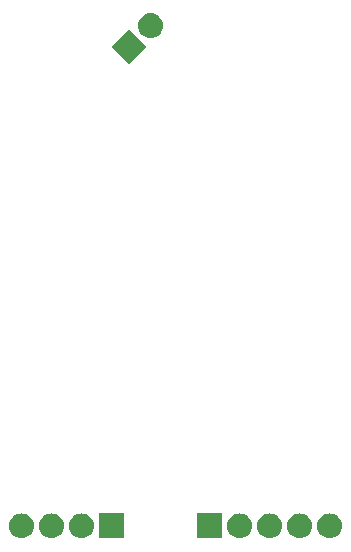
<source format=gbr>
G04 #@! TF.GenerationSoftware,KiCad,Pcbnew,5.1.0*
G04 #@! TF.CreationDate,2019-04-11T23:30:49-05:00*
G04 #@! TF.ProjectId,Card,43617264-2e6b-4696-9361-645f70636258,rev?*
G04 #@! TF.SameCoordinates,Original*
G04 #@! TF.FileFunction,Soldermask,Bot*
G04 #@! TF.FilePolarity,Negative*
%FSLAX46Y46*%
G04 Gerber Fmt 4.6, Leading zero omitted, Abs format (unit mm)*
G04 Created by KiCad (PCBNEW 5.1.0) date 2019-04-11 23:30:49*
%MOMM*%
%LPD*%
G04 APERTURE LIST*
%ADD10C,0.100000*%
G04 APERTURE END LIST*
D10*
G36*
X129548707Y-154757597D02*
G01*
X129625836Y-154765193D01*
X129823762Y-154825233D01*
X129823765Y-154825234D01*
X130006170Y-154922732D01*
X130166055Y-155053945D01*
X130297268Y-155213830D01*
X130394766Y-155396235D01*
X130394767Y-155396238D01*
X130454807Y-155594164D01*
X130475080Y-155800000D01*
X130454807Y-156005836D01*
X130394767Y-156203762D01*
X130394766Y-156203765D01*
X130297268Y-156386170D01*
X130166055Y-156546055D01*
X130006170Y-156677268D01*
X129823765Y-156774766D01*
X129823762Y-156774767D01*
X129625836Y-156834807D01*
X129548707Y-156842403D01*
X129471580Y-156850000D01*
X129368420Y-156850000D01*
X129291293Y-156842403D01*
X129214164Y-156834807D01*
X129016238Y-156774767D01*
X129016235Y-156774766D01*
X128833830Y-156677268D01*
X128673945Y-156546055D01*
X128542732Y-156386170D01*
X128445234Y-156203765D01*
X128445233Y-156203762D01*
X128385193Y-156005836D01*
X128364920Y-155800000D01*
X128385193Y-155594164D01*
X128445233Y-155396238D01*
X128445234Y-155396235D01*
X128542732Y-155213830D01*
X128673945Y-155053945D01*
X128833830Y-154922732D01*
X129016235Y-154825234D01*
X129016238Y-154825233D01*
X129214164Y-154765193D01*
X129291293Y-154757597D01*
X129368420Y-154750000D01*
X129471580Y-154750000D01*
X129548707Y-154757597D01*
X129548707Y-154757597D01*
G37*
G36*
X132088707Y-154757597D02*
G01*
X132165836Y-154765193D01*
X132363762Y-154825233D01*
X132363765Y-154825234D01*
X132546170Y-154922732D01*
X132706055Y-155053945D01*
X132837268Y-155213830D01*
X132934766Y-155396235D01*
X132934767Y-155396238D01*
X132994807Y-155594164D01*
X133015080Y-155800000D01*
X132994807Y-156005836D01*
X132934767Y-156203762D01*
X132934766Y-156203765D01*
X132837268Y-156386170D01*
X132706055Y-156546055D01*
X132546170Y-156677268D01*
X132363765Y-156774766D01*
X132363762Y-156774767D01*
X132165836Y-156834807D01*
X132088707Y-156842403D01*
X132011580Y-156850000D01*
X131908420Y-156850000D01*
X131831293Y-156842403D01*
X131754164Y-156834807D01*
X131556238Y-156774767D01*
X131556235Y-156774766D01*
X131373830Y-156677268D01*
X131213945Y-156546055D01*
X131082732Y-156386170D01*
X130985234Y-156203765D01*
X130985233Y-156203762D01*
X130925193Y-156005836D01*
X130904920Y-155800000D01*
X130925193Y-155594164D01*
X130985233Y-155396238D01*
X130985234Y-155396235D01*
X131082732Y-155213830D01*
X131213945Y-155053945D01*
X131373830Y-154922732D01*
X131556235Y-154825234D01*
X131556238Y-154825233D01*
X131754164Y-154765193D01*
X131831293Y-154757597D01*
X131908420Y-154750000D01*
X132011580Y-154750000D01*
X132088707Y-154757597D01*
X132088707Y-154757597D01*
G37*
G36*
X127008707Y-154757597D02*
G01*
X127085836Y-154765193D01*
X127283762Y-154825233D01*
X127283765Y-154825234D01*
X127466170Y-154922732D01*
X127626055Y-155053945D01*
X127757268Y-155213830D01*
X127854766Y-155396235D01*
X127854767Y-155396238D01*
X127914807Y-155594164D01*
X127935080Y-155800000D01*
X127914807Y-156005836D01*
X127854767Y-156203762D01*
X127854766Y-156203765D01*
X127757268Y-156386170D01*
X127626055Y-156546055D01*
X127466170Y-156677268D01*
X127283765Y-156774766D01*
X127283762Y-156774767D01*
X127085836Y-156834807D01*
X127008707Y-156842403D01*
X126931580Y-156850000D01*
X126828420Y-156850000D01*
X126751293Y-156842403D01*
X126674164Y-156834807D01*
X126476238Y-156774767D01*
X126476235Y-156774766D01*
X126293830Y-156677268D01*
X126133945Y-156546055D01*
X126002732Y-156386170D01*
X125905234Y-156203765D01*
X125905233Y-156203762D01*
X125845193Y-156005836D01*
X125824920Y-155800000D01*
X125845193Y-155594164D01*
X125905233Y-155396238D01*
X125905234Y-155396235D01*
X126002732Y-155213830D01*
X126133945Y-155053945D01*
X126293830Y-154922732D01*
X126476235Y-154825234D01*
X126476238Y-154825233D01*
X126674164Y-154765193D01*
X126751293Y-154757597D01*
X126828420Y-154750000D01*
X126931580Y-154750000D01*
X127008707Y-154757597D01*
X127008707Y-154757597D01*
G37*
G36*
X124468707Y-154757597D02*
G01*
X124545836Y-154765193D01*
X124743762Y-154825233D01*
X124743765Y-154825234D01*
X124926170Y-154922732D01*
X125086055Y-155053945D01*
X125217268Y-155213830D01*
X125314766Y-155396235D01*
X125314767Y-155396238D01*
X125374807Y-155594164D01*
X125395080Y-155800000D01*
X125374807Y-156005836D01*
X125314767Y-156203762D01*
X125314766Y-156203765D01*
X125217268Y-156386170D01*
X125086055Y-156546055D01*
X124926170Y-156677268D01*
X124743765Y-156774766D01*
X124743762Y-156774767D01*
X124545836Y-156834807D01*
X124468707Y-156842403D01*
X124391580Y-156850000D01*
X124288420Y-156850000D01*
X124211293Y-156842403D01*
X124134164Y-156834807D01*
X123936238Y-156774767D01*
X123936235Y-156774766D01*
X123753830Y-156677268D01*
X123593945Y-156546055D01*
X123462732Y-156386170D01*
X123365234Y-156203765D01*
X123365233Y-156203762D01*
X123305193Y-156005836D01*
X123284920Y-155800000D01*
X123305193Y-155594164D01*
X123365233Y-155396238D01*
X123365234Y-155396235D01*
X123462732Y-155213830D01*
X123593945Y-155053945D01*
X123753830Y-154922732D01*
X123936235Y-154825234D01*
X123936238Y-154825233D01*
X124134164Y-154765193D01*
X124211293Y-154757597D01*
X124288420Y-154750000D01*
X124391580Y-154750000D01*
X124468707Y-154757597D01*
X124468707Y-154757597D01*
G37*
G36*
X122850000Y-156850000D02*
G01*
X120750000Y-156850000D01*
X120750000Y-154750000D01*
X122850000Y-154750000D01*
X122850000Y-156850000D01*
X122850000Y-156850000D01*
G37*
G36*
X105988707Y-154757597D02*
G01*
X106065836Y-154765193D01*
X106263762Y-154825233D01*
X106263765Y-154825234D01*
X106446170Y-154922732D01*
X106606055Y-155053945D01*
X106737268Y-155213830D01*
X106834766Y-155396235D01*
X106834767Y-155396238D01*
X106894807Y-155594164D01*
X106915080Y-155800000D01*
X106894807Y-156005836D01*
X106834767Y-156203762D01*
X106834766Y-156203765D01*
X106737268Y-156386170D01*
X106606055Y-156546055D01*
X106446170Y-156677268D01*
X106263765Y-156774766D01*
X106263762Y-156774767D01*
X106065836Y-156834807D01*
X105988707Y-156842403D01*
X105911580Y-156850000D01*
X105808420Y-156850000D01*
X105731293Y-156842403D01*
X105654164Y-156834807D01*
X105456238Y-156774767D01*
X105456235Y-156774766D01*
X105273830Y-156677268D01*
X105113945Y-156546055D01*
X104982732Y-156386170D01*
X104885234Y-156203765D01*
X104885233Y-156203762D01*
X104825193Y-156005836D01*
X104804920Y-155800000D01*
X104825193Y-155594164D01*
X104885233Y-155396238D01*
X104885234Y-155396235D01*
X104982732Y-155213830D01*
X105113945Y-155053945D01*
X105273830Y-154922732D01*
X105456235Y-154825234D01*
X105456238Y-154825233D01*
X105654164Y-154765193D01*
X105731293Y-154757597D01*
X105808420Y-154750000D01*
X105911580Y-154750000D01*
X105988707Y-154757597D01*
X105988707Y-154757597D01*
G37*
G36*
X108528707Y-154757597D02*
G01*
X108605836Y-154765193D01*
X108803762Y-154825233D01*
X108803765Y-154825234D01*
X108986170Y-154922732D01*
X109146055Y-155053945D01*
X109277268Y-155213830D01*
X109374766Y-155396235D01*
X109374767Y-155396238D01*
X109434807Y-155594164D01*
X109455080Y-155800000D01*
X109434807Y-156005836D01*
X109374767Y-156203762D01*
X109374766Y-156203765D01*
X109277268Y-156386170D01*
X109146055Y-156546055D01*
X108986170Y-156677268D01*
X108803765Y-156774766D01*
X108803762Y-156774767D01*
X108605836Y-156834807D01*
X108528707Y-156842403D01*
X108451580Y-156850000D01*
X108348420Y-156850000D01*
X108271293Y-156842403D01*
X108194164Y-156834807D01*
X107996238Y-156774767D01*
X107996235Y-156774766D01*
X107813830Y-156677268D01*
X107653945Y-156546055D01*
X107522732Y-156386170D01*
X107425234Y-156203765D01*
X107425233Y-156203762D01*
X107365193Y-156005836D01*
X107344920Y-155800000D01*
X107365193Y-155594164D01*
X107425233Y-155396238D01*
X107425234Y-155396235D01*
X107522732Y-155213830D01*
X107653945Y-155053945D01*
X107813830Y-154922732D01*
X107996235Y-154825234D01*
X107996238Y-154825233D01*
X108194164Y-154765193D01*
X108271293Y-154757597D01*
X108348420Y-154750000D01*
X108451580Y-154750000D01*
X108528707Y-154757597D01*
X108528707Y-154757597D01*
G37*
G36*
X111068707Y-154757597D02*
G01*
X111145836Y-154765193D01*
X111343762Y-154825233D01*
X111343765Y-154825234D01*
X111526170Y-154922732D01*
X111686055Y-155053945D01*
X111817268Y-155213830D01*
X111914766Y-155396235D01*
X111914767Y-155396238D01*
X111974807Y-155594164D01*
X111995080Y-155800000D01*
X111974807Y-156005836D01*
X111914767Y-156203762D01*
X111914766Y-156203765D01*
X111817268Y-156386170D01*
X111686055Y-156546055D01*
X111526170Y-156677268D01*
X111343765Y-156774766D01*
X111343762Y-156774767D01*
X111145836Y-156834807D01*
X111068707Y-156842403D01*
X110991580Y-156850000D01*
X110888420Y-156850000D01*
X110811293Y-156842403D01*
X110734164Y-156834807D01*
X110536238Y-156774767D01*
X110536235Y-156774766D01*
X110353830Y-156677268D01*
X110193945Y-156546055D01*
X110062732Y-156386170D01*
X109965234Y-156203765D01*
X109965233Y-156203762D01*
X109905193Y-156005836D01*
X109884920Y-155800000D01*
X109905193Y-155594164D01*
X109965233Y-155396238D01*
X109965234Y-155396235D01*
X110062732Y-155213830D01*
X110193945Y-155053945D01*
X110353830Y-154922732D01*
X110536235Y-154825234D01*
X110536238Y-154825233D01*
X110734164Y-154765193D01*
X110811293Y-154757597D01*
X110888420Y-154750000D01*
X110991580Y-154750000D01*
X111068707Y-154757597D01*
X111068707Y-154757597D01*
G37*
G36*
X114530000Y-156850000D02*
G01*
X112430000Y-156850000D01*
X112430000Y-154750000D01*
X114530000Y-154750000D01*
X114530000Y-156850000D01*
X114530000Y-156850000D01*
G37*
G36*
X116484924Y-115250000D02*
G01*
X115000000Y-116734924D01*
X113515076Y-115250000D01*
X115000000Y-113765076D01*
X116484924Y-115250000D01*
X116484924Y-115250000D01*
G37*
G36*
X116924758Y-112411546D02*
G01*
X117001887Y-112419142D01*
X117199813Y-112479182D01*
X117199816Y-112479183D01*
X117382221Y-112576681D01*
X117542106Y-112707894D01*
X117673319Y-112867779D01*
X117770817Y-113050184D01*
X117770818Y-113050187D01*
X117830858Y-113248113D01*
X117851131Y-113453949D01*
X117830858Y-113659785D01*
X117798918Y-113765076D01*
X117770817Y-113857714D01*
X117673319Y-114040119D01*
X117542106Y-114200004D01*
X117382221Y-114331217D01*
X117199816Y-114428715D01*
X117199813Y-114428716D01*
X117001887Y-114488756D01*
X116924758Y-114496353D01*
X116847631Y-114503949D01*
X116744471Y-114503949D01*
X116667344Y-114496353D01*
X116590215Y-114488756D01*
X116392289Y-114428716D01*
X116392286Y-114428715D01*
X116209881Y-114331217D01*
X116049996Y-114200004D01*
X115918783Y-114040119D01*
X115821285Y-113857714D01*
X115793184Y-113765076D01*
X115761244Y-113659785D01*
X115740971Y-113453949D01*
X115761244Y-113248113D01*
X115821284Y-113050187D01*
X115821285Y-113050184D01*
X115918783Y-112867779D01*
X116049996Y-112707894D01*
X116209881Y-112576681D01*
X116392286Y-112479183D01*
X116392289Y-112479182D01*
X116590215Y-112419142D01*
X116667344Y-112411546D01*
X116744471Y-112403949D01*
X116847631Y-112403949D01*
X116924758Y-112411546D01*
X116924758Y-112411546D01*
G37*
M02*

</source>
